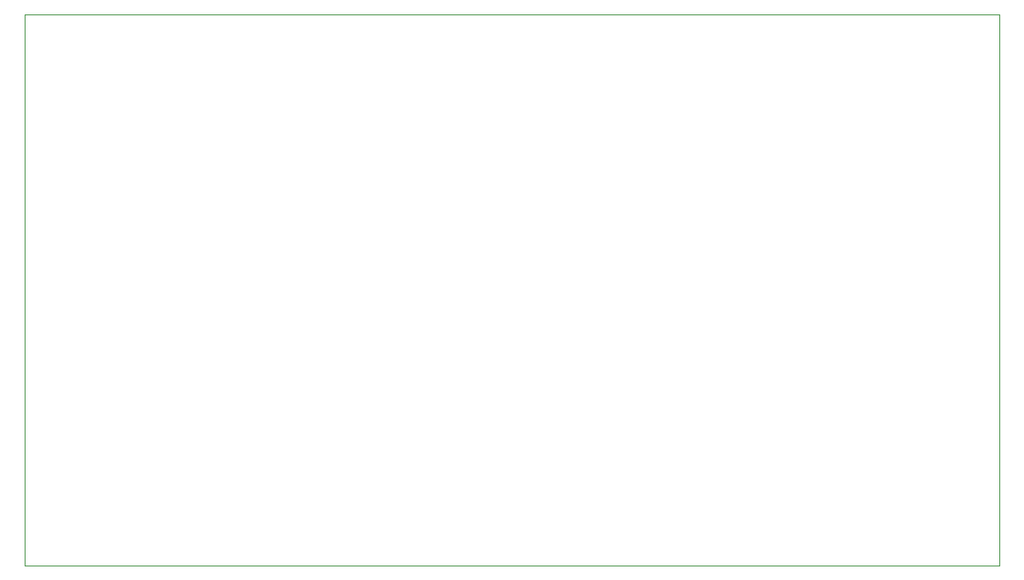
<source format=gbr>
%TF.GenerationSoftware,KiCad,Pcbnew,(5.1.10)-1*%
%TF.CreationDate,2022-10-02T14:19:25-06:00*%
%TF.ProjectId,PowerSupply,506f7765-7253-4757-9070-6c792e6b6963,rev?*%
%TF.SameCoordinates,Original*%
%TF.FileFunction,Profile,NP*%
%FSLAX46Y46*%
G04 Gerber Fmt 4.6, Leading zero omitted, Abs format (unit mm)*
G04 Created by KiCad (PCBNEW (5.1.10)-1) date 2022-10-02 14:19:25*
%MOMM*%
%LPD*%
G01*
G04 APERTURE LIST*
%TA.AperFunction,Profile*%
%ADD10C,0.100000*%
%TD*%
G04 APERTURE END LIST*
D10*
X139070000Y-41100000D02*
X139070000Y-96100000D01*
X42070000Y-41100000D02*
X139070000Y-41100000D01*
X42070000Y-96100000D02*
X42070000Y-41100000D01*
X139070000Y-96100000D02*
X42070000Y-96100000D01*
M02*

</source>
